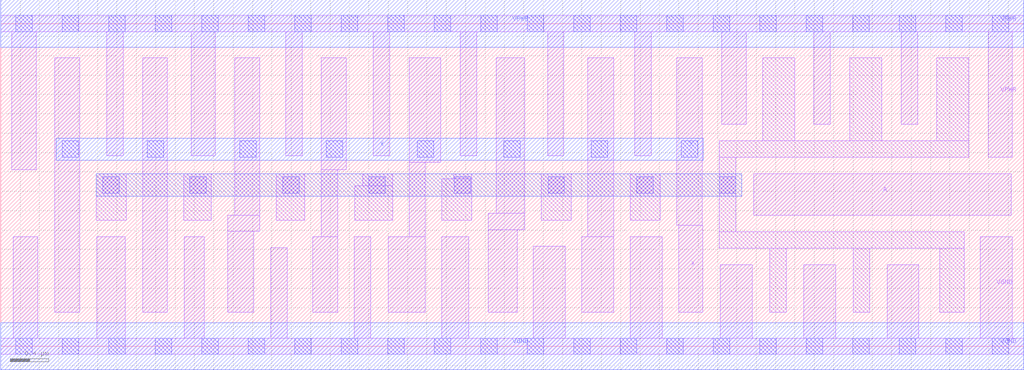
<source format=lef>
# Copyright 2020 The SkyWater PDK Authors
#
# Licensed under the Apache License, Version 2.0 (the "License");
# you may not use this file except in compliance with the License.
# You may obtain a copy of the License at
#
#     https://www.apache.org/licenses/LICENSE-2.0
#
# Unless required by applicable law or agreed to in writing, software
# distributed under the License is distributed on an "AS IS" BASIS,
# WITHOUT WARRANTIES OR CONDITIONS OF ANY KIND, either express or implied.
# See the License for the specific language governing permissions and
# limitations under the License.
#
# SPDX-License-Identifier: Apache-2.0

VERSION 5.7 ;
  NAMESCASESENSITIVE ON ;
  NOWIREEXTENSIONATPIN ON ;
  DIVIDERCHAR "/" ;
  BUSBITCHARS "[]" ;
UNITS
  DATABASE MICRONS 200 ;
END UNITS
MACRO sky130_fd_sc_ms__buf_16
  CLASS CORE ;
  SOURCE USER ;
  FOREIGN sky130_fd_sc_ms__buf_16 ;
  ORIGIN  0.000000  0.000000 ;
  SIZE  10.56000 BY  3.330000 ;
  SYMMETRY X Y ;
  SITE unit ;
  PIN A
    ANTENNAGATEAREA  1.875600 ;
    DIRECTION INPUT ;
    USE SIGNAL ;
    PORT
      LAYER li1 ;
        RECT 7.775000 1.350000 10.435000 1.780000 ;
    END
  END A
  PIN X
    ANTENNADIFFAREA  4.076800 ;
    DIRECTION OUTPUT ;
    USE SIGNAL ;
    PORT
      LAYER li1 ;
        RECT 0.560000 0.350000 0.815000 2.980000 ;
        RECT 1.465000 0.350000 1.720000 2.980000 ;
        RECT 2.345000 0.350000 2.610000 1.185000 ;
        RECT 2.345000 1.185000 2.675000 1.355000 ;
        RECT 2.415000 1.355000 2.675000 2.980000 ;
        RECT 3.220000 0.350000 3.480000 1.130000 ;
        RECT 3.310000 1.130000 3.480000 1.820000 ;
        RECT 3.310000 1.820000 3.565000 2.980000 ;
        RECT 4.000000 0.350000 4.385000 1.130000 ;
        RECT 4.215000 1.130000 4.385000 1.900000 ;
        RECT 4.215000 1.900000 4.545000 2.980000 ;
        RECT 5.035000 0.350000 5.330000 1.205000 ;
        RECT 5.035000 1.205000 5.410000 1.375000 ;
        RECT 5.115000 1.375000 5.410000 2.980000 ;
        RECT 6.000000 0.350000 6.330000 1.130000 ;
        RECT 6.060000 1.130000 6.330000 2.980000 ;
        RECT 6.980000 1.250000 7.245000 2.980000 ;
        RECT 7.000000 0.350000 7.250000 1.250000 ;
      LAYER mcon ;
        RECT 0.635000 1.950000 0.805000 2.120000 ;
        RECT 1.515000 1.950000 1.685000 2.120000 ;
        RECT 2.470000 1.950000 2.640000 2.120000 ;
        RECT 3.360000 1.950000 3.530000 2.120000 ;
        RECT 4.300000 1.950000 4.470000 2.120000 ;
        RECT 5.195000 1.950000 5.365000 2.120000 ;
        RECT 6.095000 1.950000 6.265000 2.120000 ;
        RECT 7.025000 1.950000 7.195000 2.120000 ;
      LAYER met1 ;
        RECT 0.575000 1.920000 7.255000 2.150000 ;
    END
  END X
  PIN VGND
    DIRECTION INOUT ;
    USE GROUND ;
    PORT
      LAYER li1 ;
        RECT  0.000000 -0.085000 10.560000 0.085000 ;
        RECT  0.130000  0.085000  0.380000 1.130000 ;
        RECT  0.990000  0.085000  1.285000 1.130000 ;
        RECT  1.895000  0.085000  2.100000 1.130000 ;
        RECT  2.790000  0.085000  2.960000 1.015000 ;
        RECT  3.650000  0.085000  3.820000 1.130000 ;
        RECT  4.555000  0.085000  4.830000 1.130000 ;
        RECT  5.500000  0.085000  5.830000 1.035000 ;
        RECT  6.500000  0.085000  6.830000 1.130000 ;
        RECT  7.430000  0.085000  7.760000 0.840000 ;
        RECT  8.290000  0.085000  8.620000 0.840000 ;
        RECT  9.150000  0.085000  9.480000 0.840000 ;
        RECT 10.115000  0.085000 10.445000 1.130000 ;
      LAYER mcon ;
        RECT  0.155000 -0.085000  0.325000 0.085000 ;
        RECT  0.635000 -0.085000  0.805000 0.085000 ;
        RECT  1.115000 -0.085000  1.285000 0.085000 ;
        RECT  1.595000 -0.085000  1.765000 0.085000 ;
        RECT  2.075000 -0.085000  2.245000 0.085000 ;
        RECT  2.555000 -0.085000  2.725000 0.085000 ;
        RECT  3.035000 -0.085000  3.205000 0.085000 ;
        RECT  3.515000 -0.085000  3.685000 0.085000 ;
        RECT  3.995000 -0.085000  4.165000 0.085000 ;
        RECT  4.475000 -0.085000  4.645000 0.085000 ;
        RECT  4.955000 -0.085000  5.125000 0.085000 ;
        RECT  5.435000 -0.085000  5.605000 0.085000 ;
        RECT  5.915000 -0.085000  6.085000 0.085000 ;
        RECT  6.395000 -0.085000  6.565000 0.085000 ;
        RECT  6.875000 -0.085000  7.045000 0.085000 ;
        RECT  7.355000 -0.085000  7.525000 0.085000 ;
        RECT  7.835000 -0.085000  8.005000 0.085000 ;
        RECT  8.315000 -0.085000  8.485000 0.085000 ;
        RECT  8.795000 -0.085000  8.965000 0.085000 ;
        RECT  9.275000 -0.085000  9.445000 0.085000 ;
        RECT  9.755000 -0.085000  9.925000 0.085000 ;
        RECT 10.235000 -0.085000 10.405000 0.085000 ;
      LAYER met1 ;
        RECT 0.000000 -0.245000 10.560000 0.245000 ;
    END
  END VGND
  PIN VPWR
    DIRECTION INOUT ;
    USE POWER ;
    PORT
      LAYER li1 ;
        RECT  0.000000 3.245000 10.560000 3.415000 ;
        RECT  0.115000 1.820000  0.365000 3.245000 ;
        RECT  1.095000 1.965000  1.265000 3.245000 ;
        RECT  1.965000 1.965000  2.215000 3.245000 ;
        RECT  2.945000 1.965000  3.115000 3.245000 ;
        RECT  3.845000 1.965000  4.015000 3.245000 ;
        RECT  4.745000 1.965000  4.915000 3.245000 ;
        RECT  5.645000 1.965000  5.815000 3.245000 ;
        RECT  6.545000 1.965000  6.715000 3.245000 ;
        RECT  7.445000 2.290000  7.695000 3.245000 ;
        RECT  8.395000 2.290000  8.565000 3.245000 ;
        RECT  9.295000 2.290000  9.465000 3.245000 ;
        RECT 10.195000 1.950000 10.445000 3.245000 ;
      LAYER mcon ;
        RECT  0.155000 3.245000  0.325000 3.415000 ;
        RECT  0.635000 3.245000  0.805000 3.415000 ;
        RECT  1.115000 3.245000  1.285000 3.415000 ;
        RECT  1.595000 3.245000  1.765000 3.415000 ;
        RECT  2.075000 3.245000  2.245000 3.415000 ;
        RECT  2.555000 3.245000  2.725000 3.415000 ;
        RECT  3.035000 3.245000  3.205000 3.415000 ;
        RECT  3.515000 3.245000  3.685000 3.415000 ;
        RECT  3.995000 3.245000  4.165000 3.415000 ;
        RECT  4.475000 3.245000  4.645000 3.415000 ;
        RECT  4.955000 3.245000  5.125000 3.415000 ;
        RECT  5.435000 3.245000  5.605000 3.415000 ;
        RECT  5.915000 3.245000  6.085000 3.415000 ;
        RECT  6.395000 3.245000  6.565000 3.415000 ;
        RECT  6.875000 3.245000  7.045000 3.415000 ;
        RECT  7.355000 3.245000  7.525000 3.415000 ;
        RECT  7.835000 3.245000  8.005000 3.415000 ;
        RECT  8.315000 3.245000  8.485000 3.415000 ;
        RECT  8.795000 3.245000  8.965000 3.415000 ;
        RECT  9.275000 3.245000  9.445000 3.415000 ;
        RECT  9.755000 3.245000  9.925000 3.415000 ;
        RECT 10.235000 3.245000 10.405000 3.415000 ;
      LAYER met1 ;
        RECT 0.000000 3.085000 10.560000 3.575000 ;
    END
  END VPWR
  OBS
    LAYER li1 ;
      RECT 0.985000 1.300000 1.295000 1.780000 ;
      RECT 1.890000 1.300000 2.175000 1.780000 ;
      RECT 2.845000 1.300000 3.140000 1.780000 ;
      RECT 3.655000 1.300000 4.045000 1.655000 ;
      RECT 3.735000 1.655000 4.045000 1.780000 ;
      RECT 4.555000 1.300000 4.865000 1.730000 ;
      RECT 4.675000 1.730000 4.865000 1.780000 ;
      RECT 5.580000 1.300000 5.890000 1.780000 ;
      RECT 6.500000 1.300000 6.810000 1.780000 ;
      RECT 7.420000 1.010000 9.945000 1.180000 ;
      RECT 7.420000 1.180000 7.590000 1.950000 ;
      RECT 7.420000 1.950000 9.995000 2.120000 ;
      RECT 7.865000 2.120000 8.195000 2.980000 ;
      RECT 7.940000 0.350000 8.110000 1.010000 ;
      RECT 8.765000 2.120000 9.095000 2.980000 ;
      RECT 8.800000 0.350000 8.970000 1.010000 ;
      RECT 9.665000 2.120000 9.995000 2.980000 ;
      RECT 9.695000 0.350000 9.945000 1.010000 ;
    LAYER mcon ;
      RECT 1.055000 1.580000 1.225000 1.750000 ;
      RECT 1.950000 1.580000 2.120000 1.750000 ;
      RECT 2.910000 1.580000 3.080000 1.750000 ;
      RECT 3.800000 1.580000 3.970000 1.750000 ;
      RECT 4.680000 1.580000 4.850000 1.750000 ;
      RECT 5.650000 1.580000 5.820000 1.750000 ;
      RECT 6.565000 1.580000 6.735000 1.750000 ;
      RECT 7.420000 1.580000 7.590000 1.750000 ;
    LAYER met1 ;
      RECT 0.985000 1.550000 7.650000 1.780000 ;
  END
END sky130_fd_sc_ms__buf_16

</source>
